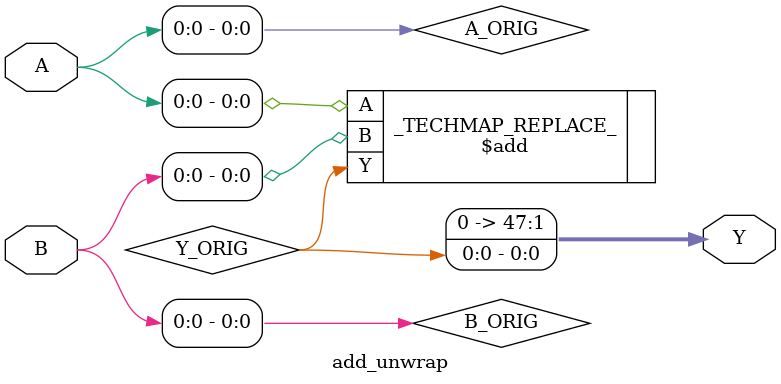
<source format=v>
(* techmap_celltype = "\$__add_wrapper" *)
module add_unwrap (
    A,
    B,
    Y
);

  parameter A_SIGNED = 0;
  parameter B_SIGNED = 0;
  parameter A_WIDTH = 1;
  parameter B_WIDTH = 1;
  parameter Y_WIDTH = 1;

  input [47:0] A;
  input [47:0] B;
  output [47:0] Y;

  wire [A_WIDTH-1:0] A_ORIG = A;
  wire [B_WIDTH-1:0] B_ORIG = B;
  wire [Y_WIDTH-1:0] Y_ORIG;
  assign Y = Y_ORIG;

  \$add #(
      .A_SIGNED(A_SIGNED),
      .B_SIGNED(B_SIGNED),
      .A_WIDTH (A_WIDTH),
      .B_WIDTH (B_WIDTH),
      .Y_WIDTH (Y_WIDTH)
  ) _TECHMAP_REPLACE_ (
      .A(A_ORIG),
      .B(B_ORIG),
      .Y(Y_ORIG)
  );

endmodule

</source>
